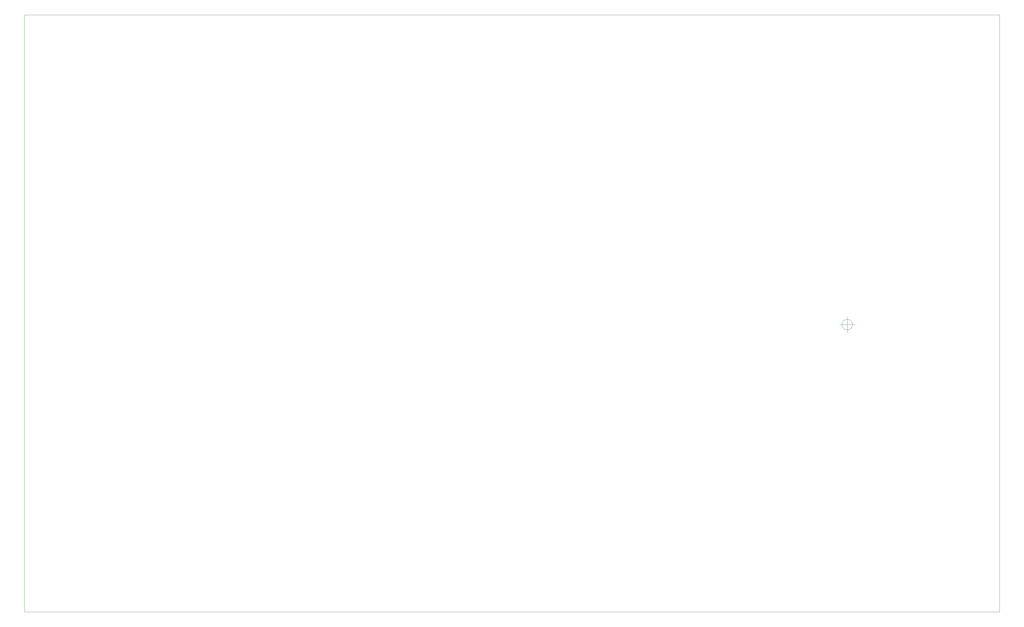
<source format=gbr>
%TF.GenerationSoftware,KiCad,Pcbnew,(5.99.0-12218-g749d2d5987)*%
%TF.CreationDate,2021-09-15T17:55:08+03:00*%
%TF.ProjectId,stend_main_stencil,7374656e-645f-46d6-9169-6e5f7374656e,rev*%
%TF.SameCoordinates,PX258bd10PYee998b0*%
%TF.FileFunction,Profile,NP*%
%FSLAX46Y46*%
G04 Gerber Fmt 4.6, Leading zero omitted, Abs format (unit mm)*
G04 Created by KiCad (PCBNEW (5.99.0-12218-g749d2d5987)) date 2021-09-15 17:55:08*
%MOMM*%
%LPD*%
G01*
G04 APERTURE LIST*
%TA.AperFunction,Profile*%
%ADD10C,0.100000*%
%TD*%
G04 APERTURE END LIST*
D10*
X263286666Y91440000D02*
G75*
G03*
X263286666Y91440000I-1666666J0D01*
G01*
X259120000Y91440000D02*
X264120000Y91440000D01*
X261620000Y93940000D02*
X261620000Y88940000D01*
%TO.C,PCB1*%
X310000000Y190000000D02*
X310000000Y0D01*
X0Y0D02*
X0Y190000000D01*
X0Y190000000D02*
X310000000Y190000000D01*
X310000000Y0D02*
X0Y0D01*
%TD*%
M02*

</source>
